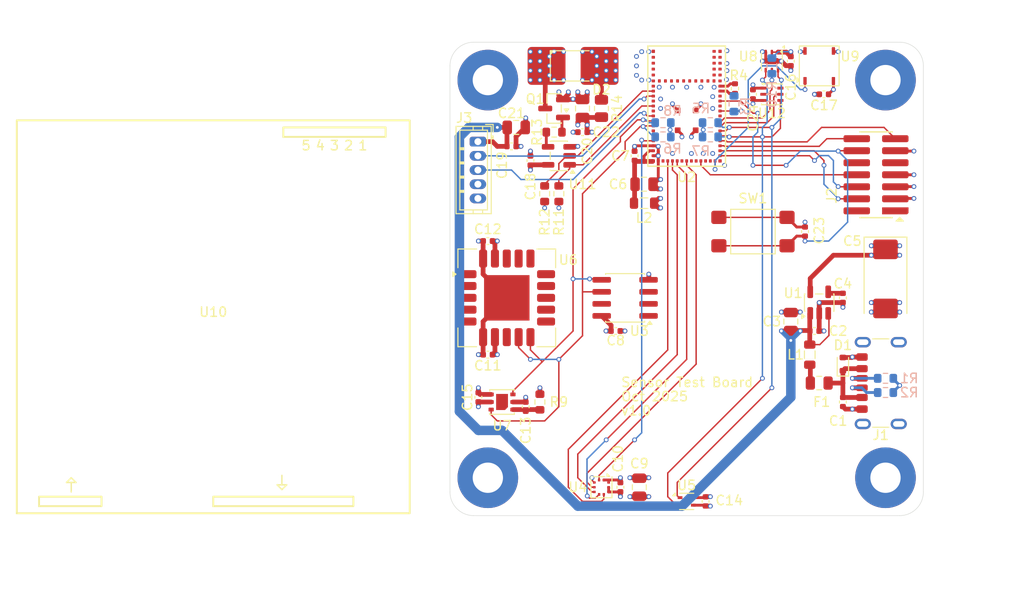
<source format=kicad_pcb>
(kicad_pcb (version 20241229) (generator "pcbnew") (generator_version "9.0")
  (layers (0 "F.Cu" signal) (4 "In1.Cu" power) (6 "In2.Cu" power) (2 "B.Cu" signal) (13 "F.Paste" user) (15 "B.Paste" user) (5 "F.SilkS" user "F.Silkscreen") (7 "B.SilkS" user "B.Silkscreen") (1 "F.Mask" user) (3 "B.Mask" user) (25 "Edge.Cuts" user))
  (net 0 "")
  (net 1 "/VBUS")
  (net 2 "+3.3V")
  (net 3 "GND")
  (net 4 "Net-(J1-CC1)")
  (net 5 "Net-(J1-CC2)")
  (net 11 "SPI_CS")
  (net 12 "SPI_MISO")
  (net 13 "SPI_SCLK")
  (net 14 "SPI_MOSI")
  (net 15 "/indoor_MCU/VCP_TX")
  (net 16 "/indoor_MCU/SWDIO")
  (net 17 "/indoor_MCU/SWO")
  (net 18 "/indoor_MCU/SWCLK")
  (net 19 "/indoor_MCU/NRST")
  (net 20 "/indoor_MCU/VCP_RX")
  (net 21 "/indoor_MCU/ANT")
  (net 22 "/indoor_MCU/VDD_MCU")
  (net 23 "UART_MOSI")
  (net 24 "UART_MISO")
  (net 25 "Net-(U7-VDD)")
  (net 26 "Net-(R13-Pad1)")
  (net 27 "/indoor_MCU/BOOT0")
  (net 28 "I2C3_SCL")
  (net 29 "I2C1_SDA")
  (net 30 "I2C3_SDA")
  (net 31 "I2C1_SCL")
  (net 32 "INT_PRES")
  (net 33 "IR_IN")
  (net 34 "INT_ALS")
  (net 35 "+5V")
  (net 36 "Net-(F1-Pad2)")
  (net 37 "Net-(D2-A)")
  (net 38 "Net-(D2-K)")
  (net 39 "Net-(Q1-G)")
  (net 40 "Net-(U2-ANT_IN)")
  (net 41 "Net-(U1-BP)")
  (net 63 "IR_CARRIER")
  (net 64 "IR_OUT")
  (net 65 "INT_UV")
  (footprint "Capacitor_SMD:C_0402_1005Metric" (layer "F.Cu") (at 78 112.5 90)
    (property "Reference" "C15")
    (property "Value" "1u")
  )
  (footprint "DWlib:Osram_LED_SFH-4243" (layer "F.Cu") (at 88 77.5)
    (property "Reference" "D2")
    (property "Value" "IR LED")
  )
  (footprint "MountingHole:MountingHole_3.2mm_M3_Pad" (layer "F.Cu") (at 121 79)
    (property "Reference" "H2" (hide yes))
    (property "Value" "M3" (hide yes))
  )
  (footprint "Capacitor_SMD:C_0402_1005Metric" (layer "F.Cu") (at 111 77 -90)
    (property "Reference" "C16")
    (property "Value" "0.1u")
  )
  (footprint "DWlib:Sensiron_SPS30" (layer "F.Cu") (at 50 104)
    (property "Reference" "U10")
    (property "Value" "SPS30")
  )
  (footprint "Resistor_SMD:R_0805_2012Metric" (layer "F.Cu") (at 91 82 -90)
    (property "Reference" "R14")
    (property "Value" "43R")
  )
  (footprint "Capacitor_SMD:C_0805_2012Metric" (layer "F.Cu") (at 95 122 -90)
    (property "Reference" "C9")
    (property "Value" "4.7u")
  )
  (footprint "Capacitor_SMD:C_0402_1005Metric" (layer "F.Cu") (at 79 96 180)
    (property "Reference" "C12")
    (property "Value" "0.1u")
  )
  (footprint "Resistor_SMD:R_0603_1608Metric" (layer "F.Cu") (at 85 91 90)
    (property "Reference" "R12")
    (property "Value" "10k")
  )
  (footprint "Diode_SMD:D_SOD-523" (layer "F.Cu") (at 116.5 109 90)
    (property "Reference" "D1")
    (property "Value" "ESD5Z5.0")
  )
  (footprint "Capacitor_SMD:C_0402_1005Metric" (layer "F.Cu") (at 107 80.5 -90)
    (property "Reference" "C24")
    (property "Value" "0.1u")
  )
  (footprint "DWlib:STM32WBA5MMG" (layer "F.Cu") (at 100 81.75)
    (property "Reference" "U2")
    (property "Value" "STM32WBA5MMG")
  )
  (footprint "Inductor_SMD:L_0805_2012Metric" (layer "F.Cu") (at 113 108 90)
    (property "Reference" "L1")
    (property "Value" "600R")
  )
  (footprint "Capacitor_SMD:C_0402_1005Metric" (layer "F.Cu") (at 112.5 95 90)
    (property "Reference" "C23")
    (property "Value" "10n")
  )
  (footprint "MountingHole:MountingHole_3.2mm_M3_Pad" (layer "F.Cu") (at 79 121)
    (property "Reference" "H3" (hide yes))
    (property "Value" "M3" (hide yes))
  )
  (footprint "DWlib:SAMTEC_FTSH-107-01-L-DV-K-A" (layer "F.Cu") (at 120 89 90)
    (property "Reference" "J2")
    (property "Value" "STDC14")
  )
  (footprint "Connector_USB:USB_C_Receptacle_GCT_USB4125-xx-x-0190_6P_TopMnt_Horizontal" (layer "F.Cu") (at 121.6 111 90)
    (property "Reference" "J1")
    (property "Value" "USB4125-GF-A")
  )
  (footprint "Sensor:Sensirion_SCD4x-1EP_10.1x10.1mm_P1.25mm_EP4.8x4.8mm" (layer "F.Cu") (at 81 102)
    (property "Reference" "U6")
    (property "Value" "SCD41-D-R2")
  )
  (footprint "Capacitor_SMD:C_0402_1005Metric" (layer "F.Cu") (at 94.5 87 90)
    (property "Reference" "C7")
    (property "Value" "0.1u")
  )
  (footprint "Capacitor_SMD:C_0805_2012Metric" (layer "F.Cu") (at 111 104.5 90)
    (property "Reference" "C3")
    (property "Value" "4.7u")
  )
  (footprint "Capacitor_SMD:C_0402_1005Metric" (layer "F.Cu") (at 83 113.5 90)
    (property "Reference" "C13")
    (property "Value" "1u")
  )
  (footprint "DWlib:SW_Push_1P1T_NO_E-Switch_TL3305AFxxxQG" (layer "F.Cu") (at 107 95)
    (property "Reference" "SW1")
    (property "Value" "TL3305")
  )
  (footprint "Inductor_SMD:L_0805_2012Metric" (layer "F.Cu") (at 95.5 92 180)
    (property "Reference" "L2")
    (property "Value" "600R")
  )
  (footprint "DWlib:TI_USON-6-1EP_2x2mm_P0.5mm_EP0.65x1.35mm" (layer "F.Cu") (at 109 77 -90)
    (property "Reference" "U8")
    (property "Value" "OPT4001DNPRQ1")
  )
  (footprint "Capacitor_SMD:C_0402_1005Metric" (layer "F.Cu") (at 92.5 105.5)
    (property "Reference" "C8")
    (property "Value" "0.1u")
  )
  (footprint "MountingHole:MountingHole_3.2mm_M3_Pad" (layer "F.Cu") (at 79 79)
    (property "Reference" "H1" (hide yes))
    (property "Value" "M3" (hide yes))
  )
  (footprint "Capacitor_Tantalum_SMD:CP_EIA-7343-31_Kemet-D" (layer "F.Cu") (at 121 100 -90)
    (property "Reference" "C5")
    (property "Value" "47u")
  )
  (footprint "Resistor_SMD:R_0603_1608Metric" (layer "F.Cu") (at 86.5 91 90)
    (property "Reference" "R11")
    (property "Value" "10k")
  )
  (footprint "DWlib:Liteon_LTR-390UV-01" (layer "F.Cu") (at 109 80.5)
    (property "Reference" "U12")
    (property "Value" "LTR-390UV-01")
  )
  (footprint "Capacitor_SMD:C_0402_1005Metric" (layer "F.Cu") (at 116.5 113 -90)
    (property "Reference" "C1")
    (property "Value" "10n")
  )
  (footprint "Sensor_Humidity:Sensirion_DFN-4_1.5x1.5mm_P0.8mm_SHT4x_NoCentralPad" (layer "F.Cu") (at 100 123.5)
    (property "Reference" "U5")
    (property "Value" "SHT45-AD1F")
  )
  (footprint "Fuse:Fuse_0805_2012Metric" (layer "F.Cu") (at 114 111 180)
    (property "Reference" "F1")
    (property "Value" "500mA")
  )
  (footprint "DWlib:ST_HLGA-10L_2x2mm_P0.5mm_LayoutBorder3x2y" (layer "F.Cu") (at 91 122 -90)
    (property "Reference" "U4")
    (property "Value" "LPS22DF")
  )
  (footprint "DWlib:Vishay_BELOBOG-4Pin" (layer "F.Cu") (at 114 77.5)
    (property "Reference" "U9")
    (property "Value" "TSOP38436")
  )
  (footprint "Capacitor_SMD:C_0805_2012Metric" (layer "F.Cu") (at 89 82 90)
    (property "Reference" "C20")
    (property "Value" "4.7u")
  )
  (footprint "Resistor_SMD:R_0603_1608Metric" (layer "F.Cu") (at 84.5 113 -90)
    (property "Reference" "R9")
    (property "Value" "4.7R")
  )
  (footprint "Package_SO:SOIC-8_3.9x4.9mm_P1.27mm" (layer "F.Cu") (at 93.5 102 180)
    (property "Reference" "U3")
    (property "Value" "FM24CL16B")
  )
  (footprint "DWlib:Sensirion_DFN-6-1EP_2.44x2.44mm_P0.5mm_EP1.25x1.7mm_SGP4x" (layer "F.Cu") (at 80.5 113 180)
    (property "Reference" "U7")
    (property "Value" "SGP41")
  )
  (footprint "Capacitor_SMD:C_0402_1005Metric" (layer "F.Cu") (at 116.5 102 -90)
    (property "Reference" "C4")
    (property "Value" "470p")
  )
  (footprint "Capacitor_SMD:C_0402_1005Metric" (layer "F.Cu") (at 79 108 180)
    (property "Reference" "C11")
    (property "Value" "0.1u")
  )
  (footprint "Resistor_SMD:R_0603_1608Metric" (layer "F.Cu") (at 86 84.5)
    (property "Reference" "R13")
    (property "Value" "100R")
  )
  (footprint "Capacitor_SMD:C_0402_1005Metric" (layer "F.Cu") (at 81.5 86)
    (property "Reference" "C19")
    (property "Value" "0.1u")
  )
  (footprint "Package_TO_SOT_SMD:SOT-23-5" (layer "F.Cu") (at 114 102.5 90)
    (property "Reference" "U1")
    (property "Value" "MIC5219-3.3YM5")
  )
  (footprint "Capacitor_SMD:C_0805_2012Metric" (layer "F.Cu") (at 82 84)
    (property "Reference" "C21")
    (property "Value" "4.7u")
  )
  (footprint "Capacitor_SMD:C_0402_1005Metric" (layer "F.Cu") (at 83.5 87.5 90)
    (property "Reference" "C18")
    (property "Value" "0.1u")
  )
  (footprint "Capacitor_SMD:C_0402_1005Metric" (layer "F.Cu") (at 113.5 105.5)
    (property "Reference" "C2")
    (property "Value" "0.1u")
  )
  (footprint "Package_TO_SOT_SMD:SOT-23-5" (layer "F.Cu") (at 86.5 87 180)
    (property "Reference" "U11")
    (property "Value" "74LVC1G08")
  )
  (footprint "Capacitor_SMD:C_0805_2012Metric" (layer "F.Cu") (at 95.5 90)
    (property "Reference" "C6")
    (property "Value" "4.7u")
  )
  (footprint "Capacitor_SMD:C_0402_1005Metric" (layer "F.Cu") (at 89 84.5 180)
    (property "Reference" "C22")
    (property "Value" "0.1u")
  )
  (footprint "Capacitor_SMD:C_0402_1005Metric" (layer "F.Cu") (at 93 122 -90)
    (property "Reference" "C10")
    (property "Value" "0.1u")
  )
  (footprint "Capacitor_SMD:C_0402_1005Metric" (layer "F.Cu") (at 102 123.5 90)
    (property "Reference" "C14")
    (property "Value" "0.1u")
  )
  (footprint "Capacitor_SMD:C_0402_1005Metric" (layer "F.Cu") (at 114.5 80.5 180)
    (property "Reference" "C17")
    (property "Value" "0.1u")
  )
  (footprint "MountingHole:MountingHole_3.2mm_M3_Pad" (layer "F.Cu") (at 121 121)
    (property "Reference" "H4" (hide yes))
    (property "Value" "M3" (hide yes))
  )
  (footprint "Package_TO_SOT_SMD:SOT-23" (layer "F.Cu") (at 86 82 180)
    (property "Reference" "Q1")
    (property "Value" "DMN62D0U")
  )
  (footprint "Resistor_SMD:R_0402_1005Metric" (layer "F.Cu") (at 105.1 79.9 90)
    (property "Reference" "R4")
    (property "Value" "0R")
  )
  (footprint "Connector_JST:JST_ZH_B5B-ZR_1x05_P1.50mm_Vertical" (layer "F.Cu") (at 77.95 85.5 -90)
    (property "Reference" "J3")
    (property "Value" "B5B-ZR")
  )
  (footprint "Resistor_SMD:R_0603_1608Metric" (layer "B.Cu") (at 97.5 85 180)
    (property "Reference" "R6")
    (property "Value" "1.5k")
  )
  (footprint "Resistor_SMD:R_0603_1608Metric" (layer "B.Cu") (at 102.5 83.5)
    (property "Reference" "R5")
    (property "Value" "4.7k")
  )
  (footprint "Resistor_SMD:R_0603_1608Metric" (layer "B.Cu") (at 121 112)
    (property "Reference" "R2")
    (property "Value" "5.1k")
  )
  (footprint "Resistor_SMD:R_0603_1608Metric" (layer "B.Cu") (at 97.5 83.5 180)
    (property "Reference" "R8")
    (property "Value" "1.5k")
  )
  (footprint "Resistor_SMD:R_0603_1608Metric" (layer "B.Cu") (at 109 77.5 90)
    (property "Reference" "R10")
    (property "Value" "10k")
  )
  (footprint "Resistor_SMD:R_0603_1608Metric" (layer "B.Cu") (at 102.5 85)
    (property "Reference" "R7")
    (property "Value" "4.7k")
  )
  (footprint "Resistor_SMD:R_0603_1608Metric" (layer "B.Cu") (at 105 81.5 90)
    (property "Reference" "R3")
    (property "Value" "10k")
  )
  (footprint "Resistor_SMD:R_0603_1608Metric" (layer "B.Cu") (at 121 110.5)
    (property "Reference" "R1")
    (property "Value" "5.1k")
  )
  (gr_line (start 122.5 125) (end 77.5 125) (stroke (width 0.05)) (layer "Edge.Cuts"))
  (gr_arc (start 122.5 75) (mid 124.267767 75.732233) (end 125 77.5) (stroke (width 0.05)) (layer "Edge.Cuts"))
  (gr_arc (start 77.5 125) (mid 75.732233 124.267767) (end 75 122.5) (stroke (width 0.05)) (layer "Edge.Cuts"))
  (gr_line (start 125 77.5) (end 125 122.5) (stroke (width 0.05)) (layer "Edge.Cuts"))
  (gr_arc (start 75 77.5) (mid 75.732233 75.732233) (end 77.5 75) (stroke (width 0.05)) (layer "Edge.Cuts"))
  (gr_line (start 77.5 75) (end 122.5 75) (stroke (width 0.05)) (layer "Edge.Cuts"))
  (gr_arc (start 125 122.5) (mid 124.267767 124.267767) (end 122.5 125) (stroke (width 0.05)) (layer "Edge.Cuts"))
  (gr_line (start 75 122.5) (end 75 77.5) (stroke (width 0.05)) (layer "Edge.Cuts"))
  (gr_text "Sensor Test Board" (at 93 111.5 0) (layer "F.SilkS") (effects (font (size 1 1)) (justify left bottom)))
  (gr_text "v1.0" (at 93 114.5 0) (layer "F.SilkS") (effects (font (size 1 1)) (justify left bottom)))
  (gr_text "Oct 2025" (at 93 113 0) (layer "F.SilkS") (effects (font (size 1 1)) (justify left bottom)))
  (segment (start 116.5 109.7) (end 116.5 111) (width 0.5) (layer "F.Cu") (net 1))
  (segment (start 118.52 112.52) (end 116.5 112.52) (width 0.5) (layer "F.Cu") (net 1))
  (segment (start 116.72 109.48) (end 116.5 109.7) (width 0.5) (layer "F.Cu") (net 1))
  (segment (start 118.52 109.48) (end 116.72 109.48) (width 0.5) (layer "F.Cu") (net 1))
  (segment (start 116.5 112.52) (end 116.5 111) (width 0.5) (layer "F.Cu") (net 1))
  (segment (start 114.9375 111) (end 116.5 111) (width 0.5) (layer "F.Cu") (net 1))
  (segment (start 119.5 97.5) (end 122.5 97.5) (width 0.5) (layer "F.Cu") (net 2))
  (segment (start 109 76.05) (end 109.65 76.05) (width 0.15) (layer "F.Cu") (net 2))
  (segment (start 79.75 107.73) (end 79.48 108) (width 0.5) (layer "F.Cu") (net 2))
  (segment (start 115.5 97.5) (end 119.5 97.5) (width 0.5) (layer "F.Cu") (net 2))
  (segment (start 100.7 123.9) (end 101.92 123.9) (width 0.3) (layer "F.Cu") (net 2))
  (segment (start 97.0625 91.5) (end 96.5625 92) (width 0.5) (layer "F.Cu") (net 2))
  (segment (start 80 108) (end 79.48 108) (width 0.5) (layer "F.Cu") (net 2))
  (segment (start 92.02 104.9) (end 91.025 103.905) (width 0.5) (layer "F.Cu") (net 2))
  (segment (start 93 121.52) (end 92.7175 121.2375) (width 0.3) (layer "F.Cu") (net 2))
  (segment (start 107 79.5) (end 107 80.02) (width 0.3) (layer "F.Cu") (net 2))
  (segment (start 89.48 83.77) (end 89.5 83.75) (width 0.5) (layer "F.Cu") (net 2))
  (segment (start 94 121) (end 96 121) (width 0.5) (layer "F.Cu") (net 2))
  (segment (start 111 76.52) (end 110.53 76.05) (width 0.5) (layer "F.Cu") (net 2))
  (segment (start 111 76) (end 111 76.52) (width 0.5) (layer "F.Cu") (net 2))
  (segment (start 97.25 91.5) (end 97.0625 91.5) (width 0.5) (layer "F.Cu") (net 2))
  (segment (start 101.92 123.9) (end 102 123.98) (width 0.3) (layer "F.Cu") (net 2))
  (segment (start 89.48 84.5) (end 90 84.5) (width 0.5) (layer "F.Cu") (net 2))
  (segment (start 102.02 124) (end 102 123.98) (width 0.5) (layer "F.Cu") (net 2))
  (segment (start 124 91.5) (end 122.075 91.5) (width 0.3) (layer "F.Cu") (net 2))
  (segment (start 108.1 79.85) (end 107.17 79.85) (width 0.3) (layer "F.Cu") (net 2))
  (segment (start 113.05 101.3625) (end 113.05 99.95) (width 0.5) (layer "F.Cu") (net 2))
  (segment (start 113.05 99.95) (end 115.5 97.5) (width 0.5) (layer "F.Cu") (net 2))
  (segment (start 89.48 84.5) (end 89.48 83.77) (width 0.5) (layer "F.Cu") (net 2))
  (segment (start 102.5 124) (end 102.02 124) (width 0.5) (layer "F.Cu") (net 2))
  (segment (start 88.5 83.45) (end 89 82.95) (width 0.5) (layer "F.Cu") (net 2))
  (segment (start 91.48 105.5) (end 92.02 105.5) (width 0.5) (layer "F.Cu") (net 2))
  (segment (start 78.02 113) (end 78 112.98) (width 0.5) (layer "F.Cu") (net 2))
  (segment (start 119.5 96.5) (end 122.5 96.5) (width 0.5) (layer "F.Cu") (net 2))
  (segment (start 79.75 97.85) (end 79.75 96.27) (width 0.5) (layer "F.Cu") (net 2))
  (segment (start 79.75 106.15) (end 79.75 107.73) (width 0.5) (layer "F.Cu") (net 2))
  (segment (start 122.075 91.5) (end 122.035 91.54) (width 0.3) (layer "F.Cu") (net 2))
  (segment (start 79.35 113) (end 78.02 113) (width 0.5) (layer "F.Cu") (net 2))
  (segment (start 92.7175 121.2375) (end 91.276 121.2375) (width 0.3) (layer "F.Cu") (net 2))
  (segment (start 78 113.5) (end 78 112.98) (width 0.5) (layer "F.Cu") (net 2))
  (segment (start 90.9625 82.95) (end 91 82.9125) (width 0.5) (layer "F.Cu") (net 2))
  (segment (start 83.53 87.95) (end 83.5 87.98) (width 0.5) (layer "F.Cu") (net 2))
  (segment (start 97.25 92.5) (end 97.0625 92.5) (width 0.5) (layer "F.Cu") (net 2))
  (segment (start 115.5 79.075) (end 115.5 79.98) (width 0.3) (layer "F.Cu") (net 2))
  (segment (start 88.5 83.74) (end 88.5 83.45) (width 0.5) (layer "F.Cu") (net 2))
  (segment (start 97.0625 92.5) (end 96.5625 92) (width 0.5) (layer "F.Cu") (net 2))
  (segment (start 80 96) (end 79.48 96) (width 0.5) (layer "F.Cu") (net 2))
  (segment (start 84.5 111.5) (end 84.5 112.175) (width 0.5) (layer "F.Cu") (net 2))
  (segment (start 89.5 83.45) (end 89 82.95) (width 0.5) (layer "F.Cu") (net 2))
  (segment (start 110.53 76.05) (end 109.65 76.05) (width 0.5) (layer "F.Cu") (net 2))
  (segment (start 89 82.95) (end 90.9625 82.95) (width 0.5) (layer "F.Cu") (net 2))
  (segment (start 79.75 96.27) (end 79.48 96) (width 0.5) (layer "F.Cu") (net 2))
  (segment (start 107.17 79.85) (end 107 80.02) (width 0.3) (layer "F.Cu") (net 2))
  (segment (start 115.5 79.98) (end 114.98 80.5) (width 0.3) (layer "F.Cu") (net 2))
  (segment (start 92.02 105.5) (end 92.02 104.9) (width 0.5) (layer "F.Cu") (net 2))
  (segment (start 89.5 83.75) (end 89.5 83.45) (width 0.5) (layer "F.Cu") (net 2))
  (segment (start 83.5 88.5) (end 83.5 87.98) (width 0.5) (layer "F.Cu") (net 2))
  (segment (start 93 121) (end 93 121.52) (width 0.5) (layer "F.Cu") (net 2))
  (segment (start 85.3625 87.95) (end 83.53 87.95) (width 0.5) (layer "F.Cu") (net 2))
  (via (at 90 84.5) (size 0.5) (drill 0.3) (layers "F.Cu" "B.Cu") (net 2))
  (via (at 80 108) (size 0.5) (drill 0.3) (layers "F.Cu" "B.Cu") (net 2))
  (via (at 119.5 96.5) (size 0.5) (drill 0.3) (layers "F.Cu" "B.Cu") (net 2))
  (via (at 97.25 92.5) (size 0.5) (drill 0.3) (layers "F.Cu" "B.Cu") (net 2))
  (via (at 89.5 83.75) (size 0.5) (drill 0.3) (layers "F.Cu" "B.Cu") (net 2))
  (via (at 122.5 96.5) (size 0.5) (drill 0.3) (layers "F.Cu" "B.Cu") (net 2))
  (via (at 107 79.5) (size 0.5) (drill 0.3) (layers "F.Cu" "B.Cu") (net 2))
  (via (at 119.5 97.5) (size 0.5) (drill 0.3) (layers "F.Cu" "B.Cu") (net 2))
  (via (at 102.5 124) (size 0.5) (drill 0.3) (layers "F.Cu" "B.Cu") (net 2))
  (via (at 97.25 91.5) (size 0.5) (drill 0.3) (layers "F.Cu" "B.Cu") (net 2))
  (via (at 93 121) (size 0.5) (drill 0.3) (layers "F.Cu" "B.Cu") (net 2))
  (via (at 101.75 84.25) (size 0.5) (drill 0.3) (layers "F.Cu" "B.Cu") (net 2))
  (via (at 94 121) (size 0.5) (drill 0.3) (layers "F.Cu" "B.Cu") (net 2))
  (via (at 111 76) (size 0.5) (drill 0.3) (layers "F.Cu" "B.Cu") (net 2))
  (via (at 124 91.5) (size 0.5) (drill 0.3) (layers "F.Cu" "B.Cu") (net 2))
  (via (at 115.5 80) (size 0.5) (drill 0.3) (layers "F.Cu" "B.Cu") (net 2))
  (via (at 91.48 105.5) (size 0.5) (drill 0.3) (layers "F.Cu" "B.Cu") (net 2))
  (via (at 88.5 83.74) (size 0.5) (drill 0.3) (layers "F.Cu" "B.Cu") (net 2))
  (via (at 96 121) (size 0.5) (drill 0.3) (layers "F.Cu" "B.Cu") (net 2))
  (via (at 84.5 111.5) (size 0.5) (drill 0.3) (layers "F.Cu" "B.Cu") (net 2))
  (via (at 78 113.5) (size 0.5) (drill 0.3) (layers "F.Cu" "B.Cu") (net 2))
  (via (at 80 96) (size 0.5) (drill 0.3) (layers "F.Cu" "B.Cu") (net 2))
  (via (at 98.25 84.25) (size 0.5) (drill 0.3) (layers "F.Cu" "B.Cu") (net 2))
  (via (at 83.5 88.5) (size 0.5) (drill 0.3) (layers "F.Cu" "B.Cu") (net 2))
  (via (at 122.5 97.5) (size 0.5) (drill 0.3) (layers "F.Cu" "B.Cu") (net 2))
  (segment (start 98.325 83.5) (end 98.325 85) (width 0.15) (layer "B.Cu") (net 2))
  (segment (start 101.675 83.5) (end 101.675 85) (width 0.15) (layer "B.Cu") (net 2))
  (segment (start 109.675 76) (end 111 76) (width 0.15) (layer "B.Cu") (net 2))
  (segment (start 109 76.675) (end 109.675 76) (width 0.15) (layer "B.Cu") (net 2))
  (segment (start 78.5 104.5) (end 81 102) (width 0.5) (layer "F.Cu") (net 3))
  (segment (start 122.055 90.25) (end 122.035 90.27) (width 0.3) (layer "F.Cu") (net 3))
  (segment (start 91.7625 122.5) (end 91.7625 122.026) (width 0.3) (layer "F.Cu") (net 3))
  (segment (start 88.52 84.5) (end 88 84.5) (width 0.5) (layer "F.Cu") (net 3))
  (segment (start 81.98 86) (end 81.98 84.97) (width 0.5) (layer "F.Cu") (net 3))
  (segment (start 78 111.5) (end 78 112.02) (width 0.5) (layer "F.Cu") (net 3))
  (segment (start 79.35 112.2) (end 78.18 112.2) (width 0.5) (layer "F.Cu") (net 3))
  (segment (start 100.5 84.75) (end 100.95 84.3) (width 0.3) (layer "F.Cu") (net 3))
  (segment (start 99.5 84.75) (end 99.05 84.3) (width 0.3) (layer "F.Cu") (net 3))
  (segment (start 88.5 80.55) (end 89 81.05) (width 0.5) (layer "F.Cu") (net 3))
  (segment (start 98.5 81.5) (end 98.5 81.65) (width 0.3) (layer "F.Cu") (net 3))
  (segment (start 124 86.5) (end 122.075 86.5) (width 0.3) (layer "F.Cu") (net 3))
  (segment (start 98.5 81.65) (end 99.05 82.2) (width 0.3) (layer "F.Cu") (net 3))
  (segment (start 108.35 76.05) (end 108.35 76.85) (width 0.3) (layer "F.Cu") (net 3))
  (segment (start 78 108) (end 78.52 108) (width 0.5) (layer "F.Cu") (net 3))
  (segment (start 108.1 81.15) (end 107.17 81.15) (width 0.3) (layer "F.Cu") (net 3))
  (segment (start 97 87.54) (end 97 89.45) (width 0.3) (layer "F.Cu") (net 3))
  (segment (start 83 83.95) (end 82.95 84) (width 0.5) (layer "F.Cu") (net 3))
  (segment (start 118.52 108.25) (end 117.5 108.25) (width 0.5) (layer "F.Cu") (net 3))
  (segment (start 92.98 122.5) (end 93 122.48) (width 0.3) (layer "F.Cu") (net 3))
  (segment (start 87.6875 86) (end 87.6375 86.05) (width 0.5) (layer "F.Cu") (net 3))
  (segment (start 97.001 86.194724) (end 96.746276 85.94) (width 0.3) (layer "F.Cu") (net 3))
  (segment (start 96.746276 86.99) (end 97.001 86.735276) (width 0.3) (layer "F.Cu") (net 3))
  (segment (start 91.7625 122.5) (end 92.98 122.5) (width 0.3) (layer "F.Cu") (net 3))
  (segment (start 78.18 112.2) (end 78 112.02) (width 0.5) (layer "F.Cu") (net 3))
  (segment (start 78 96) (end 78.52 96) (width 0.5) (layer "F.Cu") (net 3))
  (segment (start 110.48 77.48) (end 111 77.48) (width 0.5) (layer "F.Cu") (net 3))
  (segment (start 108.3 76) (end 108.35 76.05) (width 0.3) (layer "F.Cu") (net 3))
  (segment (start 124 89) (end 122.035 89) (width 0.3) (layer "F.Cu") (net 3))
  (segment (start 111 78) (end 111 77.48) (width 0.5) (layer "F.Cu") (net 3))
  (segment (start 114 102.5) (end 116.48 102.5) (width 0.5) (layer "F.Cu") (net 3))
  (segment (start 78.5 96.02) (end 78.52 96) (width 0.5) (layer "F.Cu") (net 3))
  (segment (start 97 89.45) (end 96.45 90) (width 0.3) (layer "F.Cu") (net 3))
  (segment (start 86.9375 81.05) (end 89 81.05) (width 0.5) (layer "F.Cu") (net 3))
  (segment (start 110 77) (end 110.48 77.48) (width 0.5) (layer "F.Cu") (net 3))
  (segment (start 111.62 94.52) (end 110.6 93.5) (width 0.3) (layer "F.Cu") (net 3))
  (segment (start 81.98 84.97) (end 82.95 84) (width 0.5) (layer "F.Cu") (net 3))
  (segment (start 99.5 85) (end 99.5 84.75) (width 0.3) (layer "F.Cu") (net 3))
  (segment (start 117.45 108.3) (end 117.5 108.25) (width 0.5) (layer "F.Cu") (net 3))
  (segment (start 81.65 113) (end 82.98 113) (width 0.5) (layer "F.Cu") (net 3))
  (segment (start 119.5 102.5) (end 122.5 102.5) (width 0.5) (layer "F.Cu") (net 3))
  (segment (start 108 77) (end 110 77) (width 0.5) (layer "F.Cu") (net 3))
  (segment (start 94.5 86) (end 94.5 86.52) (width 0.5) (layer "F.Cu") (net 3))
  (segment (start 96.475 86.99) (end 96.746276 86.99) (width 0.3) (layer "F.Cu") (net 3))
  (segment (start 97.25 89.5) (end 96.95 89.5) (width 0.5) (layer "F.Cu") (net 3))
  (segment (start 101.92 123.1) (end 102 123.02) (width 0.3) (layer "F.Cu") (net 3))
  (segment (start 78.5 107.98) (end 78.52 108) (width 0.5) (layer "F.Cu") (net 3))
  (segment (start 112.5 94.52) (end 111.62 94.52) (width 0.3) (layer "F.Cu") (net 3))
  (segment (start 78.5 106.15) (end 78.5 107.98) (width 0.5) (layer "F.Cu") (net 3))
  (segment (start 100.5 85) (end 100.5 84.75) (width 0.3) (layer "F.Cu") (net 3))
  (segment (start 114.5 105.5) (end 113.98 105.5) (width 0.5) (layer "F.Cu") (net 3))
  (segment (start 96.746276 85.94) (end 96.475 85.94) (width 0.3) (layer "F.Cu") (net 3))
  (segment (start 115.575 76) (end 115.5 75.925) (width 0.3) (layer "F.Cu") (net 3))
  (segment (start 78.5 99.5) (end 81 102) (width 0.5) (layer "F.Cu") (net 3))
  (segment (start 114 105.48) (end 113.98 105.5) (width 0.5) (layer "F.Cu") (net 3))
  (segment (start 83.5 86.5) (end 83.5 87.02) (width 0.5) (layer "F.Cu") (net 3))
  (segment (start 97 87.54) (end 97 86.501) (width 0.3) (layer "F.Cu") (net 3))
  (segment (start 90 121) (end 90 121.2625) (width 0.15) (layer "F.Cu") (net 3))
  (segment (start 89.5 80.55) (end 89 81.05) (width 0.5) (layer "F.Cu") (net 3))
  (segment (start 117.5 113.75) (end 116.77 113.75) (width 0.5) (layer "F.Cu") (net 3))
  (segment (start 112 103.5) (end 110 103.5) (width 0.5) (layer "F.Cu") (net 3))
  (segment (start 96 99.5) (end 96 100.07) (width 0.5) (layer "F.Cu") (net 3))
  (segment (start 94 123) (end 96 123) (width 0.5) (layer "F.Cu") (net 3))
  (segment (start 102.02 123) (end 102 123.02) (width 0.5) (layer "F.Cu") (net 3))
  (segment (start 86.5 92.5) (end 86.5 91.825) (width 0.15) (layer "F.Cu") (net 3))
  (segment (start 87.5 80.25) (end 87.5 80.4875) (width 0.5) (layer "F.Cu") (net 3))
  (segment (start 122.075 86.5) (end 122.035 86.46) (width 0.3) (layer "F.Cu") (net 3))
  (segment (start 89.5 80.25) (end 89.5 80.55) (width 0.5) (layer "F.Cu") (net 3))
  (segment (start 97.001 86.735276) (end 97.001 86.5) (width 0.3) (layer "F.Cu") (net 3))
  (segment (start 118.52 113.75) (end 117.5 113.75) (width 0.5) (layer "F.Cu") (net 3))
  (segment (start 82.98 113) (end 83 113.02) (width 0.5) (layer "F.Cu") (net 3))
  (segment (start 100.7 123.1) (end 101.92 123.1) (width 0.3) (layer "F.Cu") (net 3))
  (segment (start 96.95 90.5) (end 96.45 90) (width 0.5) (layer "F.Cu") (net 3))
  (segment (start 114 102.5) (end 114 105.48) (width 0.5) (layer "F.Cu") (net 3))
  (segment (start 116.48 102.5) (end 116.5 102.48) (width 0.5) (layer "F.Cu") (net 3))
  (segment (start 78.5 97.85) (end 78.5 96.02) (width 0.5) (layer "F.Cu") (net 3))
  (segment (start 112 76) (end 112.425 76) (width 0.3) (layer "F.Cu") (net 3))
  (segment (start 97 86.501) (end 97.001 86.5) (width 0.3) (layer "F.Cu") (net 3))
  (segment (start 108.5 77) (end 110 77) (width 0.3) (layer "F.Cu") (net 3))
  (segment (start 108.35 76.85) (end 108.5 77) (width 0.3) (layer "F.Cu") (net 3))
  (segment (start 116.77 113.75) (end 116.5 113.48) (width 0.5) (layer "F.Cu") (net 3))
  (segment (start 101.5 81.5) (end 101.5 81.65) (width 0.3) (layer "F.Cu") (net 3))
  (segment (start 96.475 85.94) (end 94.56 85.94) (width 0.3) (layer "F.Cu") (net 3))
  (segment (start 117.475 113.775) (end 117.5 113.75) (width 0.5) (layer "F.Cu") (net 3))
  (segment (start 108 76) (end 108.3 76) (width 0.3) (layer "F.Cu") (net 3))
  (segment (start 102.5 123) (end 102.02 123) (width 0.5) (layer "F.Cu") (net 3))
  (segment (start 93.48 105.5) (end 92.98 105.5) (width 0.5) (layer "F.Cu") (net 3))
  (segment (start 119.5 103.5) (end 122.5 103.5) (width 0.5) (layer "F.Cu") (net 3))
  (segment (start 85 91.825) (end 85 92.5) (width 0.15) (layer "F.Cu") (net 3))
  (segment (start 112.5 94.52) (end 112.5 94) (width 0.3) (layer "F.Cu") (net 3))
  (segment (start 94.56 85.94) (end 94.5 86) (width 0.3) (layer "F.Cu") (net 3))
  (segment (start 97.25 90.5) (end 96.95 90.5) (width 0.5) (layer "F.Cu") (net 3))
  (segment (start 82.5 86) (end 81.98 86) (width 0.5) (layer "F.Cu") (net 3))
  (segment (start 90 121.2625) (end 90.2375 121.5) (width 0.15) (layer "F.Cu") (net 3))
  (segment (start 96 100.07) (end 95.975 100.095) (width 0.5) (layer "F.Cu") (net 3))
  (segment (start 97.001 86.5) (end 97.001 86.194724) (width 0.3) (layer "F.Cu") (net 3))
  (segment (start 93 123) (end 93 122.48) (width 0.5) (layer "F.Cu") (net 3))
  (segment (start 83 83) (end 83 83.95) (width 0.5) (layer "F.Cu") (net 3))
  (segment (start 96.95 89.5) (end 96.45 90) (width 0.5) (layer "F.Cu") (net 3))
  (segment (start 78.5 97.85) (end 78.5 99.5) (width 0.5) (layer "F.Cu") (net 3))
  (segment (start 86.5 80.6125) (end 86.9375 81.05) (width 0.5) (layer "F.Cu") (net 3))
  (segment (start 88.5 86) (end 87.6875 86) (width 0.5) (layer "F.Cu") (net 3))
  (segment (start 103.4 93.5) (end 110.6 93.5) (width 0.15) (layer "F.Cu") (net 3))
  (segment (start 86.5 80.25) (end 86.5 80.6125) (width 0.5) (layer "F.Cu") (net 3))
  (segment (start 116.5 108.3) (end 117.45 108.3) (width 0.5) (layer "F.Cu") (net 3))
  (segment (start 78.5 106.15) (end 78.5 104.5) (width 0.5) (layer "F.Cu") (net 3))
  (segment (start 112.425 76) (end 112.5 75.925) (width 0.3) (layer "F.Cu") (net 3))
  (segment (start 107 81.5) (end 107 80.98) (width 0.3) (layer "F.Cu") (net 3))
  (segment (start 113.5 80.5) (end 114.02 80.5) (width 0.5) (layer "F.Cu") (net 3))
  (segment (start 124 90.25) (end 122.055 90.25) (width 0.3) (layer "F.Cu") (net 3))
  (segment (start 116.5 103) (end 116.5 102.48) (width 0.5) (layer "F.Cu") (net 3))
  (segment (start 116 76) (end 115.575 76) (width 0.3) (layer "F.Cu") (net 3))
  (segment (start 101.5 81.65) (end 100.95 82.2) (width 0.3) (layer "F.Cu") (net 3))
  (segment (start 87.5 80.4875) (end 86.9375 81.05) (width 0.5) (layer "F.Cu") (net 3))
  (segment (start 83 112.5) (end 83 113.02) (width 0.5) (layer "F.Cu") (net 3))
  (segment (start 88.5 80.25) (end 88.5 80.55) (width 0.5) (layer "F.Cu") (net 3))
  (segment (start 107.17 81.15) (end 107 80.98) (width 0.3) (layer "F.Cu") (net 3))
  (via (at 83 83) (size 0.5) (drill 0.3) (layers "F.Cu" "B.Cu") (net 3))
  (via (at 96 123) (size 0.5) (drill 0.3) (layers "F.Cu" "B.Cu") (net 3))
  (via (at 100 79.75) (size 0.5) (drill 0.3) (layers "F.Cu" "B.Cu") (net 3))
  (via (at 116 76) (size 0.5) (drill 0.3) (layers "F.Cu" "B.Cu") (net 3))
  (via (at 94 123) (size 0.5) (drill 0.3) (layers "F.Cu" "B.Cu") (net 3))
  (via (at 119.5 102.5) (size 0.5) (drill 0.3) (layers "F.Cu" "B.Cu") (net 3))
  (via (at 95.25 79) (size 0.5) (drill 0.3) (layers "F.Cu" "B.Cu") (net 3))
  (via (at 124 90.25) (size 0.5) (drill 0.3) (layers "F.Cu" "B.Cu") (net 3))
  (via (at 83.5 86.5) (size 0.5) (drill 0.3) (layers "F.Cu" "B.Cu") (net 3))
  (via (at 104 88) (size 0.5) (drill 0.3) (layers "F.Cu" "B.Cu") (net 3))
  (via (at 108 76) (size 0.5) (drill 0.3) (layers "F.Cu" "B.Cu") (net 3))
  (via (at 94.7 76.5) (size 0.5) (drill 0.3) (layers "F.Cu" "B.Cu") (net 3))
  (via (at 97 87) (size 0.5) (drill 0.3) (layers "F.Cu" "B.Cu") (net 3))
  (via (at 85 92.5) (size 0.5) (drill 0.3) (layers "F.Cu" "B.Cu") (net 3))
  (via (at 117.5 113.75) (size 0.5) (drill 0.3) (layers "F.Cu" "B.Cu") (net 3))
  (via (at 102.900001 79.749925) (size 0.5) (drill 0.3) (layers "F.Cu" "B.Cu") (net 3))
  (via (at 110 103.5) (size 0.5) (drill 0.3) (layers "F.Cu" "B.Cu") (net 3))
  (via (at 94.5 86) (size 0.5) (drill 0.3) (layers "F.Cu" "B.Cu") (net 3))
  (via (at 96 99.5) (size 0.5) (drill 0.3) (layers "F.Cu" "B.Cu") (net 3))
  (via (at 124 89) (size 0.5) (drill 0.3) (layers "F.Cu" "B.Cu") (net 3))
  (via (at 117.5 108.25) (size 0.5) (drill 0.3) (layers "F.Cu" "B.Cu") (net 3))
  (via (at 114.5 105.5) (size 0.5) (drill 0.3) (layers "F.Cu" "B.Cu") (net 3))
  (via (at 98.5 79.75) (size 0.5) (drill 0.3) (layers "F.Cu" "B.Cu") (net 3))
  (via (at 104.25 77.25) (size 0.5) (drill 0.3) (layers "F.Cu" "B.Cu") (net 3))
  (via (at 108 77) (size 0.5) (drill 0.3) (layers "F.Cu" "B.Cu") (net 3))
  (via (at 124 86.5) (size 0.5) (drill 0.3) (layers "F.Cu" "B.Cu") (net 3))
  (via (at 101.5 81.5) (size 0.5) (drill 0.3) (layers "F.Cu" "B.Cu") (net 3))
  (via (at 96 79) (size 0.5) (drill 0.3) (layers "F.Cu" "B.Cu") (net 3))
  (via (at 87.5 80.25) (size 0.5) (drill 0.3) (layers "F.Cu" "B.Cu") (net 3))
  (via (at 100.5 86.75) (size 0.5) (drill 0.3) (layers "F.Cu" "B.Cu") (net 3))
  (via (at 119.5 103.5) (size 0.5) (drill 0.3) (layers "F.Cu" "B.Cu") (net 3))
  (via (at 104.25 78) (size 0.5) (drill 0.3) (layers "F.Cu" "B.Cu") (net 3))
  (via (at 97.1 79.750003) (size 0.5) (drill 0.3) (layers "F.Cu" "B.Cu") (net 3))
  (via (at 110 77) (size 0.5) (drill 0.3) (layers "F.Cu" "B.Cu") (net 3))
  (via (at 104.25 75.899997) (size 0.5) (drill 0.3) (layers "F.Cu" "B.Cu") (net 3))
  (via (at 88 84.5) (size 0.5) (drill 0.3) (layers "F.Cu" "B.Cu") (net 3))
  (via (at 122.5 111.25) (size 0.5) (drill 0.3) (layers "F.Cu" "B.Cu") (net 3))
  (via (at 101.75 86.75) (size 0.5) (drill 0.3) (layers "F.Cu" "B.Cu") (net 3))
  (via (at 99.5 85) (size 0.5) (drill 0.3) (layers "F.Cu" "B.Cu") (net 3))
  (via (at 102.75 80.75) (size 0.5) (drill 0.3) (layers "F.Cu" "B.Cu") (net 3))
  (via (at 78 111.5) (size 0.5) (drill 0.3) (layers "F.Cu" "B.Cu") (net 3))
  (via (at 102.75 86.75) (size 0.5) (drill 0.3) (layers "F.Cu" "B.Cu") (net 3))
  (via (at 98.5 86.75) (size 0.5) (drill 0.3) (layers "F.Cu" "B.Cu") (net 3))
  (via (at 97.25 89.5) (size 0.5) (drill 0.3) (layers "F.Cu" "B.Cu") (net 3))
  (via (at 94.7 77.5) (size 0.5) (drill 0.3) (layers "F.Cu" "B.Cu") (net 3))
  (via (at 102.5 123) (size 0.5) (drill 0.3) (layers "F.Cu" "B.Cu") (net 3))
  (via (at 94.7 78.5) (size 0.5) (drill 0.3) (layers "F.Cu" "B.Cu") (net 3))
  (via (at 97 86) (size 0.5) (drill 0.3) (layers "F.Cu" "B.Cu") (net 3))
  (via (at 97.25 81) (size 0.5) (drill 0.3) (layers "F.Cu" "B.Cu") (net 3))
  (via (at 93.48 105.5) (size 0.5) (drill 0.3) (layers "F.Cu" "B.Cu") (net 3))
  (via (at 96 76) (size 0.5) (drill 0.3) (layers "F.Cu" "B.Cu") (net 3))
  (via (at 122.5 102.5) (size 0.5) (drill 0.3) (layers "F.Cu" "B.Cu") (net 3))
  (via (at 90 121) (size 0.5) (drill 0.3) (layers "F.Cu" "B.Cu") (net 3))
  (via (at 89.5 80.25) (size 0.5) (drill 0.3) (layers "F.Cu" "B.Cu") (net 3))
  (via (at 86.5 80.25) (size 0.5) (drill 0.3) (layers "F.Cu" "B.Cu") (net 3))
  (via (at 116.5 103) (size 0.5) (drill 0.3) (layers "F.Cu" "B.Cu") (net 3))
  (via (at 112 76) (size 0.5) (drill 0.3) (layers "F.Cu" "B.Cu") (net 3))
  (via (at 122.5 103.5) (size 0.5) (drill 0.3) (layers "F.Cu" "B.Cu") (net 3))
  (via (at 95.25 76) (size 0.5) (drill 0.3) (layers "F.Cu" "B.Cu") (net 3))
  (via (at 111 78) (size 0.5) (drill 0.3) (layers "F.Cu" "B.Cu") (net 3))
  (via (at 102.75 82) (size 0.5) (drill 0.3) (layers "F.Cu" "B.Cu") (net 3))
  (via (at 88.5 80.25) (size 0.5) (drill 0.3) (layers "F.Cu" "B.Cu") (net 3))
  (via (at 104.203031 78.949117) (size 0.5) (drill 0.3) (layers "F.Cu" "B.Cu") (net 3))
  (via (at 107 81.5) (size 0.5) (drill 0.3) (layers "F.Cu" "B.Cu") (net 3))
  (via (at 114 102.5) (size 0.5) (drill 0.3) (layers "F.Cu" "B.Cu") (net 3))
  (via (at 100.5 85) (size 0.5) (drill 0.3) (layers "F.Cu" "B.Cu") (net 3))
  (via (at 88.5 86) (size 0.5) (drill 0.3) (layers "F.Cu" "B.Cu") (net 3))
  (via (at 78 108) (size 0.5) (drill 0.3) (layers "F.Cu" "B.Cu") (net 3))
  (via (at 112.5 94) (size 0.5) (drill 0.3) (layers "F.Cu" "B.Cu") (net 3))
  (via (at 98.5 81.5) (size 0.5) (drill 0.3) (layers "F.Cu" "B.Cu") (net 3))
  (via (at 112 103.5) (size 0.5) (drill 0.3) (layers "F.Cu" "B.Cu") (net 3))
  (via (at 88 81) (size 0.5) (drill 0.3) (layers "F.Cu" "B.Cu") (net 3))
  (via (at 93 123) (size 0.5) (drill 0.3) (layers "F.Cu" "B.Cu") (net 3))
  (via (at 113.5 80.5) (size 0.5) (drill 0.3) (layers "F.Cu" "B.Cu") (net 3))
  (via (at 86.5 92.5) (size 0.5) (drill 0.3) (layers "F.Cu" "B.Cu") (net 3))
  (via (at 97.25 82) (size 0.5) (drill 0.3) (layers "F.Cu" "B.Cu") (net 3))
  (via (at 82.5 86) (size 0.5) (drill 0.3) (layers "F.Cu" "B.Cu") (net 3))
  (via (at 78 96) (size 0.5) (drill 0.3) (layers "F.Cu" "B.Cu") (net 3))
  (via (at 83 112.5) (size 0.5) (drill 0.3) (layers "F.Cu" "B.Cu") (net 3))
  (via (at 101.5 79.75) (size 0.5) (drill 0.3) (layers "F.Cu" "B.Cu") (net 3))
  (via (at 97.25 90.5) (size 0.5) (drill 0.3) (layers "F.Cu" "B.Cu") (net 3))
  (segment (start 121.825 112) (end 121.825 111.925) (width 0.3) (layer "B.Cu") (net 3))
  (segment (start 121.825 110.575) (end 122.5 111.25) (width 0.3) (layer "B.Cu") (net 3))
  (segment (start 121.825 111.925) (end 122.5 111.25) (width 0.3) (layer "B.Cu") (net 3))
  (segment (start 121.825 110.5) (end 121.825 110.575) (width 0.3) (layer "B.Cu") (net 3))
  (segment (start 118.52 111.5) (end 117.5 111.5) (width 0.5) (layer "F.Cu") (net 4))
  (via (at 117.5 111.5) (size 0.5) (drill 0.3) (layers "F.Cu" "B.Cu") (net 4))
  (segment (start 119 112) (end 118.5 111.5) (width 0.3) (layer "B.Cu") (net 4))
  (segment (start 118.5 111.5) (end 117.5 111.5) (width 0.3) (layer "B.Cu") (net 4))
  (segment (start 120.175 112) (end 119 112) (width 0.3) (layer "B.Cu") (net 4))
  (segment (start 118.52 110.5) (end 117.5 110.5) (width 0.5) (layer "F.Cu") (net 5))
  (via (at 117.5 110.5) (size 0.5) (drill 0.3) (layers "F.Cu" "B.Cu") (net 5))
  (segment (start 120.175 110.5) (end 117.5 110.5) (width 0.3) (layer "B.Cu") (net 5))
  (segment (start 89.5 122.925) (end 89.724 123.149) (width 0.15) (layer "F.Cu") (net 11))
  (segment (start 90.3635 123.149) (end 90.75 122.7625) (width 0.15) (layer "F.Cu") (net 11))
  (segment (start 91.5 117) (end 100 108.5) (width 0.15) (layer "F.Cu") (net 11))
  (segment (start 99 88) (end 99 87.54) (width 0.15) (layer "F.Cu") (net 11))
  (segment (start 100 89) (end 99 88) (width 0.15) (layer "F.Cu") (net 11))
  (segment (start 100 108.5) (end 100 89) (width 0.15) (layer "F.Cu") (net 11))
  (segment (start 89.724 123.149) (end 90.3635 123.149) (width 0.15) (layer "F.Cu") (net 11))
  (via (at 89.5 122.925) (size 0.5) (drill 0.3) (layers "F.Cu" "B.Cu") (net 11))
  (via (at 91.5 117) (size 0.5) (drill 0.3) (layers "F.Cu" "B.Cu") (net 11))
  (segment (start 89.474 119.026) (end 89.474 122.899) (width 0.15) (layer "B.Cu") (net 11))
  (segment (start 91.5 117) (end 89.474 119.026) (width 0.15) (layer "B.Cu") (net 11))
  (segment (start 89.474 122.899) (end 89.5 122.925) (width 0.15) (layer "B.Cu") (net 11))
  (segment (start 90 122.5) (end 90.2375 122.5) (width 0.15) (layer "F.Cu") (net 12))
  (segment (start 99 89) (end 99 108) (width 0.15) (layer "F.Cu") (net 12))
  (segment (start 98.5 88.5) (end 99 89) (width 0.15) (layer "F.Cu") (net 12))
  (segment (start 98.5 87.54) (end 98.5 88.5) (width 0.15) (layer "F.Cu") (net 12))
  (segment (start 88.5 121) (end 90 122.5) (width 0.15) (layer "F.Cu") (net 12))
  (segment (start 88.5 118.5) (end 88.5 121) (width 0.15) (layer "F.Cu") (net 12))
  (segment (start 99 108) (end 88.5 118.5) (width 0.15) (layer "F.Cu") (net 12))
  (segment (start 90.75 120.75) (end 90.75 121.2375) (width 0.15) (layer "F.Cu") (net 13))
  (segment (start 95.25 85.34) (end 95.325 85.415) (width 0.15) (layer "F.Cu") (net 13))
  (segment (start 94.5 117) (end 90.75 120.75) (width 0.15) (layer "F.Cu") (net 13))
  (segment (start 95.325 85.415) (end 96.475 85.415) (width 0.15) (layer "F.Cu") (net 13))
  (via (at 94.5 117) (size 0.5) (drill 0.3) (layers "F.Cu" "B.Cu") (net 13))
  (via (at 95.25 85.34) (size 0.5) (drill 0.3) (layers "F.Cu" "B.Cu") (net 13))
  (segment (start 94.5 117) (end 95.25 116.25) (width 0.15) (layer "B.Cu") (net 13))
  (segment (start 95.25 116.25) (end 95.25 85.34) (width 0.15) (layer "B.Cu") (net 13))
  (segment (start 100 87.54) (end 100 88) (width 0.15) (layer "F.Cu") (net 14))
  (segment (start 101 109) (end 89.474 120.526) (width 0.15) (layer "F.Cu") (net 14))
  (segment (start 101 89) (end 101 109) (width 0.15) (layer "F.Cu") (net 14))
  (segment (start 89.474 120.526) (end 89.474 121.474) (width 0.15) (layer "F.Cu") (net 14))
  (segment (start 100 88) (end 101 89) (width 0.15) (layer "F.Cu") (net 14))
  (segment (start 90 122) (end 90.2375 122) (width 0.15) (layer "F.Cu") (net 14))
  (segment (start 89.474 121.474) (end 90 122) (width 0.15) (layer "F.Cu") (net 14))
  (segment (start 104 86) (end 114 86) (width 0.15) (layer "F.Cu") (net 15))
  (segment (start 103.94 85.94) (end 104 86) (width 0.15) (layer "F.Cu") (net 15))
  (segment (start 114.81 85.19) (end 117.965 85.19) (width 0.15) (layer "F.Cu") (net 15))
  (segment (start 114 86) (end 114.81 85.19) (width 0.15) (layer "F.Cu") (net 15))
  (segment (start 103.525 85.94) (end 103.94 85.94) (width 0.15) (layer "F.Cu") (net 15))
  (segment (start 113.465 86.465) (end 103.525 86.465) (width 0.15) (layer "F.Cu") (net 16))
  (segment (start 114.5 87.5) (end 113.465 86.465) (width 0.15) (layer "F.Cu") (net 16))
  (segment (start 114.5 88) (end 114.5 87.5) (width 0.15) (layer "F.Cu") (net 16))
  (segment (start 116 91.54) (end 117.965 91.54) (width 0.15) (layer "F.Cu") (net 16))
  (via (at 114.5 88) (size 0.5) (drill 0.3) (layers "F.Cu" "B.Cu") (net 16))
  (via (at 116 91.54) (size 0.5) (drill 0.3) (layers "F.Cu" "B.Cu") (net 16))
  (segment (start 114.5 90) (end 116 91.5) (width 0.15) (layer "B.Cu") (net 16))
  (segment (start 116 91.5) (end 116 91.54) (width 0.15) (layer "B.Cu") (net 16))
  (segment (start 114.5 88) (end 114.5 90) (width 0.15) (layer "B.Cu") (net 16))
  (segment (start 101.5 87.54) (end 101.5 88) (width 0.15) (layer "F.Cu") (net 17))
  (segment (start 101.5 88) (end 102.5 89) (width 0.15) (layer "F.Cu") (net 17))
  (segment (start 102.5 89) (end 117.965 89) (width 0.15) (layer "F.Cu") (net 17))
  (segment (start 116.02 90.27) (end 117.965 90.27) (width 0.15) (layer "F.Cu") (net 18))
  (segment (start 112.99 86.99) (end 113.5 87.5) (width 0.15) (layer "F.Cu") (net 18))
  (segment (start 103.525 86.99) (end 112.99 86.99) (width 0.15) (layer "F.Cu") (net 18))
  (segment (start 116 90.25) (end 116.02 90.27) (width 0.15) (layer "F.Cu") (net 18))
  (via (at 116 90.25) (size 0.5) (drill 0.3) (layers "F.Cu" "B.Cu") (net 18))
  (via (at 113.5 87.5) (size 0.5) (drill 0.3) (layers "F.Cu" "B.Cu") (net 18))
  (segment (start 114.026 86.974) (end 114.974 86.974) (width 0.15) (layer "B.Cu") (net 18))
  (segment (start 113.5 87.5) (end 114.026 86.974) (width 0.15) (layer "B.Cu") (net 18))
  (segment (start 115.5 87.5) (end 115.5 89.75) (width 0.15) (layer "B.Cu") (net 18))
  (segment (start 115.5 89.75) (end 116 90.25) (width 0.15) (layer "B.Cu") (net 18))
  (segment (start 114.974 86.974) (end 115.5 87.5) (width 0.15) (layer "B.Cu") (net 18))
  (segment (start 116.04 86.46) (end 116 86.5) (width 0.15) (layer "F.Cu") (net 19))
  (segment (start 103.4 96.5) (end 110.6 96.5) (width 0.15) (layer "F.Cu") (net 19))
  (segment (start 111.62 95.48) (end 110.6 96.5) (width 0.3) (layer "F.Cu") (net 19))
  (segment (start 112.5 95.48) (end 111.62 95.48) (width 0.3) (layer "F.Cu") (net 19))
  (segment (start 105.715 81.215) (end 103.525 81.215) (width 0.15) (layer "F.Cu") (net 19))
  (segment (start 117.965 86.46) (end 116.04 86.46) (width 0.15) (layer "F.Cu") (net 19))
  (segment (start 110.5 88) (end 107 88) (width 0.15) (layer "F.Cu") (net 19))
  (segment (start 107 82.5) (end 105.715 81.215) (width 0.15) (layer "F.Cu") (net 19))
  (segment (start 107.5 82.5) (end 107 82.5) (width 0.15) (layer "F.Cu") (net 19))
  (segment (start 112.5 96) (end 112.5 95.48) (width 0.3) (layer "F.Cu") (net 19))
  (via (at 116 86.5) (size 0.5) (drill 0.3) (layers "F.Cu" "B.Cu") (net 19))
  (via (at 110.5 88) (size 0.5) (drill 0.3) (layers "F.Cu" "B.Cu") (net 19))
  (via (at 107.5 82.5) (size 0.5) (drill 0.3) (layers "F.Cu" "B.Cu") (net 19))
  (via (at 112.5 96) (size 0.5) (drill 0.3) (layers "F.Cu" "B.Cu") (net 19))
  (via (at 107 88) (size 0.5) (drill 0.3) (layers "F.Cu" "B.Cu") (net 19))
  (segment (start 107.5 82.5) (end 107.5 84.5) (width 0.15) (layer "B.Cu") (net 19))
  (segment (start 112 86.5) (end 116 86.5) (width 0.15) (layer "B.Cu") (net 19))
  (segment (start 112.5 96) (end 115 96) (width 0.15) (layer "B.Cu") (net 19))
  (segment (start 107.5 84.5) (end 107 85) (width 0.15) (layer "B.Cu") (net 19))
  (segment (start 110.5 88) (end 112 86.5) (width 0.15) (layer "B.Cu") (net 19))
  (segment (start 117 94) (end 117 87.5) (width 0.15) (layer "B.Cu") (net 19))
  (segment (start 117 87.5) (end 116 86.5) (width 0.15) (layer "B.Cu") (net 19))
  (segment (start 107 85) (end 107 88) (width 0.15) (layer "B.Cu") (net 19))
  (segment (start 115 96) (end 117 94) (width 0.15) (layer "B.Cu") (net 19))
  (segment (start 104.282123 85.526) (end 104.171123 85.415) (width 0.15) (layer "F.Cu") (net 20))
  (segment (start 122.035 85.19) (end 120.845 84) (width 0.15) (layer "F.Cu") (net 20))
  (segment (start 104.171123 85.415) (end 103.525 85.415) (width 0.15) (layer "F.Cu") (net 20))
  (segment (start 120.845 84) (end 114.25 84) (width 0.15) (layer "F.Cu") (net 20))
  (segment (start 112.724 85.526) (end 104.282123 85.526) (width 0.15) (layer "F.Cu") (net 20))
  (segment (start 114.25 84) (end 112.724 85.526) (width 0.15) (layer "F.Cu") (net 20))
  (segment (start 103.525 80.165) (end 104.255 80.165) (width 0.3) (layer "F.Cu") (net 21))
  (segment (start 104.255 80.165) (end 104.5 80.41) (width 0.3) (layer "F.Cu") (net 21))
  (segment (start 105.1 80.41) (end 104.5 80.41) (width 0.3) (layer "F.Cu") (net 21))
  (segment (start 94.5 87.48) (end 94.611 87.591) (width 0.5) (layer "F.Cu") (net 22))
  (segment (start 96.062302 86.465) (end 96.475 86.465) (width 0.3) (layer "F.Cu") (net 22))
  (segment (start 94.5 91.9375) (end 94.4375 92) (width 0.5) (layer "F.Cu") (net 22))
  (segment (start 95.5 87.591) (end 95.5 87.027302) (width 0.3) (layer "F.Cu") (net 22))
  (segment (start 95.5 87.591) (end 96.399 87.591) (width 0.5) (layer "F.Cu") (net 22))
  (segment (start 94.611 87.591) (end 95.5 87.591) (width 0.5) (layer "F.Cu") (net 22))
  (segment (start 94.5 87.48) (end 94.5 91.9375) (width 0.5) (layer "F.Cu") (net 22))
  (segment (start 95.5 87.027302) (end 96.062302 86.465) (width 0.3) (layer "F.Cu") (net 22))
  (segment (start 96.475 80.69) (end 95.81 80.69) (width 0.15) (layer "F.Cu") (net 23))
  (segment (start 95.81 80.69) (end 95.5 81) (width 0.15) (layer "F.Cu") (net 23))
  (via (at 95.5 81) (size 0.5) (drill 0.3) (layers "F.Cu" "B.Cu") (net 23))
  (segment (start 80.026 87.026) (end 88.977612 87.026) (width 0.15) (layer "B.Cu") (net 23))
  (segment (start 88.977612 87.026) (end 89.003612 87) (width 0.15) (layer "B.Cu") (net 23))
  (segment (start 77.95 87) (end 80 87) (width 0.15) (layer "B.Cu") (net 23))
  (segment (start 89.003612 87) (end 89 87) (width 0.15) (layer "B.Cu") (net 23))
  (segment (start 95.003612 81) (end 89.003612 87) (width 0.15) (layer "B.Cu") (net 23))
  (segment (start 80 87) (end 80.026 87.026) (width 0.15) (layer "B.Cu") (net 23))
  (segment (start 95.5 81) (end 95.003612 81) (width 0.15) (layer "B.Cu") (net 23))
  (segment (start 95.838531 82.79) (end 95.506066 82.457535) (width 0.15) (layer "F.Cu") (net 24))
  (segment (start 96.475 82.79) (end 95.838531 82.79) (width 0.15) (layer "F.Cu") (net 24))
  (via (at 95.5 82.5) (size 0.5) (drill 0.3) (layers "F.Cu" "B.Cu") (net 24))
  (segment (start 81.5 88.5) (end 77.95 88.5) (width 0.15) (layer "B.Cu") (net 24))
  (segment (start 88 89.5) (end 82.5 89.5) (width 0.15) (layer "B.Cu") (net 24))
  (segment (start 95.506066 82.457535) (end 95.042465 82.457535) (width 0.15) (layer "B.Cu") (net 24))
  (segment (start 95.042465 82.457535) (end 88 89.5) (width 0.15) (layer "B.Cu") (net 24))
  (segment (start 82.5 89.5) (end 81.5 88.5) (width 0.15) (layer "B.Cu") (net 24))
  (segment (start 81.65 113.8) (end 84.475 113.8) (width 0.5) (layer "F.Cu") (net 25))
  (segment (start 84.475 113.8) (end 84.5 113.825) (width 0.5) (layer "F.Cu") (net 25))
  (segment (start 85.175 84.5) (end 85.175 85.8625) (width 0.3) (layer "F.Cu") (net 26))
  (segment (start 85.175 85.8625) (end 85.3625 86.05) (width 0.3) (layer "F.Cu") (net 26))
  (segment (start 103.525 82.265) (end 105.765 82.265) (width 0.15) (layer "F.Cu") (net 27))
  (via (at 105.765 82.265) (size 0.5) (drill 0.3) (layers "F.Cu" "B.Cu") (net 27))
  (segment (start 105.06 82.265) (end 105 82.325) (width 0.15) (layer "B.Cu") (net 27))
  (segment (start 105.765 82.265) (end 105.06 82.265) (width 0.15) (layer "B.Cu") (net 27))
  (segment (start 80 115) (end 79.35 114.35) (width 0.15) (layer "F.Cu") (net 28))
  (segment (start 93.5 86.5) (end 89 91) (width 0.15) (layer "F.Cu") (net 28))
  (segment (start 82.25 106.15) (end 82.25 107.25) (width 0.15) (layer "F.Cu") (net 28))
  (segment (start 85 115) (end 80 115) (width 0.15) (layer "F.Cu") (net 28))
  (segment (start 91.025 101.365) (end 89 101.365) (width 0.15) (layer "F.Cu") (net 28))
  (segment (start 86.5 113.5) (end 85 115) (width 0.15) (layer "F.Cu") (net 28))
  (segment (start 96.475 83.84) (end 95.46 83.84) (width 0.15) (layer "F.Cu") (net 28))
  (segment (start 79.35 114.35) (end 79.35 113.8) (width 0.15) (layer "F.Cu") (net 28))
  (segment (start 95.4 83.9) (end 95.1 83.9) (width 0.15) (layer "F.Cu") (net 28))
  (segment (start 82.25 107.25) (end 83.5 108.5) (width 0.15) (layer "F.Cu") (net 28))
  (segment (start 89 101.5) (end 89 106) (width 0.15) (layer "F.Cu") (net 28))
  (segment (start 93.5 85.5) (end 93.5 86.5) (width 0.15) (layer "F.Cu") (net 28))
  (segment (start 86.5 108.5) (end 86.5 113.5) (width 0.15) (layer "F.Cu") (net 28))
  (segment (start 89 91) (end 89 101.5) (width 0.15) (layer "F.Cu") (net 28))
  (segment (start 95.1 83.9) (end 93.5 85.5) (width 0.15) (layer "F.Cu") (net 28))
  (segment (start 95.46 83.84) (end 95.4 83.9) (width 0.15) (layer "F.Cu") (net 28))
  (segment (start 89 106) (end 86.5 108.5) (width 0.15) (layer "F.Cu") (net 28))
  (via (at 95.4 83.9) (size 0.5) (drill 0.3) (layers "F.Cu" "B.Cu") (net 28))
  (via (at 86.5 108.5) (size 0.5) (drill 0.3) (layers "F.Cu" "B.Cu") (net 28))
  (via (at 83.5 108.5) (size 0.5) (drill 0.3) (layers "F.Cu" "B.Cu") (net 28))
  (segment (start 96.5 85) (end 96.675 85) (width 0.15) (layer "B.Cu") (net 28))
  (segment (start 83.5 108.5) (end 86.5 108.5) (width 0.15) (layer "B.Cu") (net 28))
  (segment (start 95.4 83.9) (end 96.5 85) (width 0.15) (layer "B.Cu") (net 28))
  (segment (start 99 121.5) (end 99 122.9) (width 0.15) (layer "F.Cu") (net 29))
  (segment (start 103.525 84.365) (end 104.135 84.365) (width 0.15) (layer "F.Cu") (net 29))
  (segment (start 110 79.75) (end 110 79) (width 0.15) (layer "F.Cu") (net 29))
  (segment (start 109.9 79.85) (end 110 79.75) (width 0.15) (layer "F.Cu") (net 29))
  (segment (start 99.2 123.1) (end 99.3 123.1) (width 0.15) (layer "F.Cu") (net 29))
  (segment (start 99 122.9) (end 99.2 123.1) (width 0.15) (layer "F.Cu") (net 29))
  (segment (start 104.135 84.365) (end 104.5 84) (width 0.15) (layer "F.Cu") (net 29))
  (segment (start 109.65 77.95) (end 109.65 78.65) (width 0.15) (layer "F.Cu") (net 29))
  (segment (start 109 111.5) (end 99 121.5) (width 0.15) (layer "F.Cu") (net 29))
  (segment (start 109 84) (end 104.5 84) (width 0.15) (layer "F.Cu") (net 29))
  (segment (start 109.65 78.65) (end 110 79) (width 0.15) (layer "F.Cu") (net 29))
  (via (at 110 79) (size 0.5) (drill 0.3) (layers "F.Cu" "B.Cu") (net 29))
  (via (at 109 84) (size 0.5) (drill 0.3) (layers "F.Cu" "B.Cu") (net 29))
  (via (at 104.5 84) (size 0.5) (drill 0.3) (layers "F.Cu" "B.Cu") (net 29))
  (via (at 109 111.5) (size 0.5) (drill 0.3) (layers "F.Cu" "B.Cu") (net 29))
  (segment (start 110 83) (end 110 79) (width 0.15) (layer "B.Cu") (net 29))
  (segment (start 103.825 84) (end 103.325 83.5) (width 0.15) (layer "B.Cu") (net 29))
  (segment (start 104.5 84) (end 103.825 84) (width 0.15) (layer "B.Cu") (net 29))
  (segment (start 109 111.5) (end 109 84) (width 0.15) (layer "B.Cu") (net 29))
  (segment (start 109 84) (end 110 83) (width 0.15) (layer "B.Cu") (net 29))
  (segment (start 94.8 83.2) (end 93 85) (width 0.15) (layer "F.Cu") (net 30))
  (segment (start 84.75 108.75) (end 81.65 111.85) (width 0.15) (layer "F.Cu") (net 30))
  (segment (start 88 90.5) (end 88 100) (width 0.15) (layer "F.Cu") (net 30))
  (segment (start 88 105.5) (end 84.75 108.75) (width 0.15) (layer "F.Cu") (net 30))
  (segment (start 90.93 100) (end 91.025 100.095) (width 0.15) (layer "F.Cu") (net 30))
  (segment (start 81.65 111.85) (end 81.65 112.2) (width 0.15) (layer "F.Cu") (net 30))
  (segment (start 95.515 83.315) (end 95.4 83.2) (width 0.15) (layer "F.Cu") (net 30))
  (segment (start 93 85) (end 93 85.5) (width 0.15) (layer "F.Cu") (net 30))
  (segment (start 96.475 83.315) (end 95.515 83.315) (width 0.15) (layer "F.Cu") (net 30))
  (segment (start 83.5 106.15) (end 83.5 107.5) (width 0.15) (layer "F.Cu") (net 30))
  (segment (start 93 85.5) (end 88 90.5) (width 0.15) (layer "F.Cu") (net 30))
  (segment (start 88 100) (end 88 105.5) (width 0.15) (layer "F.Cu") (net 30))
  (segment (start 83.5 107.5) (end 84.75 108.75) (width 0.15) (layer "F.Cu") (net 30))
  (segment (start 89.75 100) (end 90.93 100) (width 0.15) (layer "F.Cu") (net 30))
  (segment (start 95.4 83.2) (end 94.8 83.2) (width 0.15) (layer "F.Cu") (net 30))
  (via (at 89.75 100) (size 0.5) (drill 0.3) (layers "F.Cu" "B.Cu") (net 30))
  (via (at 95.4 83.2) (size 0.5) (drill 0.3) (layers "F.Cu" "B.Cu") (net 30))
  (via (at 88 100) (size 0.5) (drill 0.3) (layers "F.Cu" "B.Cu") (net 30))
  (segment (start 96.675 83.5) (end 96 83.5) (width 0.15) (layer "B.Cu") (net 30))
  (segment (start 96 83.5) (end 95.7 83.2) (width 0.15) (layer "B.Cu") (net 30))
  (segment (start 89.75 100) (end 88 100) (width 0.15) (layer "B.Cu") (net 30))
  (segment (start 95.7 83.2) (end 95.4 83.2) (width 0.15) (layer "B.Cu") (net 30))
  (segment (start 109.9 84.1) (end 109 85) (width 0.15) (layer "F.Cu") (net 31))
  (segment (start 109.9 81.15) (end 109.9 84.1) (width 0.15) (layer "F.Cu") (net 31))
  (segment (start 104.5 85) (end 108 85) (width 0.15) (layer "F.Cu") (net 31))
  (segment (start 104.39 84.89) (end 104.5 85) (width 0.15) (layer "F.Cu") (net 31))
  (segment (start 98 123) (end 98.9 123.9) (width 0.15) (layer "F.Cu") (net 31))
  (segment (start 109 85) (end 108 85) (width 0.15) (layer "F.Cu") (net 31))
  (segment (start 108.35 77.95) (end 108.35 78.65) (width 0.15) (layer "F.Cu") (net 31))
  (segment (start 103.525 84.89) (end 104.39 84.89) (width 0.15) (layer "F.Cu") (net 31))
  (segment (start 108.35 78.65) (end 108 79) (width 0.15) (layer "F.Cu") (net 31))
  (segment (start 108 110.5) (end 98 120.5) (width 0.15) (layer "F.Cu") (net 31))
  (segment (start 98.9 123.9) (end 99.3 123.9) (width 0.15) (layer "F.Cu") (net 31))
  (segment (start 98 120.5) (end 98 123) (width 0.15) (layer "F.Cu") (net 31))
  (via (at 108 85) (size 0.5) (drill 0.3) (layers "F.Cu" "B.Cu") (net 31))
  (via (at 104.5 85) (size 0.5) (drill 0.3) (layers "F.Cu" "B.Cu") (net 31))
  (via (at 108 110.5) (size 0.5) (drill 0.3) (layers "F.Cu" "B.Cu") (net 31))
  (via (at 108 79) (size 0.5) (drill 0.3) (layers "F.Cu" "B.Cu") (net 31))
  (segment (start 108.5 83.5) (end 108 84) (width 0.15) (layer "B.Cu") (net 31))
  (segment (start 108 79) (end 108.5 79.5) (width 0.15) (layer "B.Cu") (net 31))
  (segment (start 108.5 79.5) (end 108.5 83.5) (width 0.15) (layer "B.Cu") (net 31))
  (segment (start 104.5 85) (end 103.325 85) (width 0.15) (layer "B.Cu") (net 31))
  (segment (start 108 85) (end 108 110.5) (width 0.15) (layer "B.Cu") (net 31))
  (segment (start 108 84) (end 108 85) (width 0.15) (layer "B.Cu") (net 31))
  (segment (start 98 107.5) (end 87.5 118) (width 0.15) (layer "F.Cu") (net 32))
  (segment (start 87.5 122) (end 89 123.5) (width 0.15) (layer "F.Cu") (net 32))
  (segment (start 91.25 123.25) (end 91.25 122.7625) (width 0.15) (layer "F.Cu") (net 32))
  (segment (start 87.5 118) (end 87.5 122) (width 0.15) (layer "F.Cu") (net 32))
  (segment (start 89 123.5) (end 91 123.5) (width 0.15) (layer "F.Cu") (net 32))
  (segment (start 98 87.54) (end 98 107.5) (width 0.15) (layer "F.Cu") (net 32))
  (segment (start 91 123.5) (end 91.25 123.25) (width 0.15) (layer "F.Cu") (net 32))
  (segment (start 103 87.54) (end 103 88.5) (width 0.15) (layer "F.Cu") (net 33))
  (segment (start 112.5 79.075) (end 112.5 80) (width 0.15) (layer "F.Cu") (net 33))
  (via (at 112.5 80) (size 0.5) (drill 0.3) (layers "F.Cu" "B.Cu") (net 33))
  (via (at 103 88.425) (size 0.5) (drill 0.3) (layers "F.Cu" "B.Cu") (net 33))
  (segment (start 109.5 77.5) (end 112 80) (width 0.15) (layer "B.Cu") (net 33))
  (segment (start 103 87.5) (end 106.5 84) (width 0.15) (layer "B.Cu") (net 33))
  (segment (start 106.5 79) (end 108 77.5) (width 0.15) (layer "B.Cu") (net 33))
  (segment (start 103 88.425) (end 103 87.5) (width 0.15) (layer "B.Cu") (net 33))
  (segment (start 112 80) (end 112.5 80) (width 0.15) (layer "B.Cu") (net 33))
  (segment (start 106.5 84) (end 106.5 79) (width 0.15) (layer "B.Cu") (net 33))
  (segment (start 108 77.5) (end 109.5 77.5) (width 0.15) (layer "B.Cu") (net 33))
  (segment (start 109 80) (end 108.8 80.2) (width 0.15) (layer "F.Cu") (net 34))
  (segment (start 109 79) (end 109 80) (width 0.15) (layer "F.Cu") (net 34))
  (segment (start 109 77.95) (end 109 79) (width 0.15) (layer "F.Cu") (net 34))
  (segment (start 103.685 83.315) (end 103.525 83.315) (width 0.15) (layer "F.Cu") (net 34))
  (segment (start 108.8 80.2) (end 108.8 82.2) (width 0.15) (layer "F.Cu") (net 34))
  (segment (start 104 83) (end 103.685 83.315) (width 0.15) (layer "F.Cu") (net 34))
  (segment (start 108 83) (end 104 83) (width 0.15) (layer "F.Cu") (net 34))
  (segment (start 108.8 82.2) (end 108 83) (width 0.15) (layer "F.Cu") (net 34))
  (via (at 109 79) (size 0.5) (drill 0.3) (layers "F.Cu" "B.Cu") (net 34))
  (segment (start 109 79) (end 109 78.325) (width 0.15) (layer "B.Cu") (net 34))
  (segment (start 110.95 105.5) (end 111 105.45) (width 0.5) (layer "F.Cu") (net 35))
  (segment (start 81.02 86) (end 80 86) (width 0.5) (layer "F.Cu") (net 35))
  (segment (start 115.026 105.974) (end 114.0625 106.9375) (width 0.15) (layer "F.Cu") (net 35))
  (segment (start 80 86) (end 79.5 85.5) (width 0.5) (layer "F.Cu") (net 35))
  (segment (start 112.97 105.45) (end 113.02 105.5) (width 0.5) (layer "F.Cu") (net 35))
  (segment (start 80 84) (end 81.05 84) (width 0.5) (layer "F.Cu") (net 35))
  (segment (start 113 103.6875) (end 113.05 103.6375) (width 0.5) (layer "F.Cu") (net 35))
  (segment (start 79.5 85.5) (end 77.95 85.5) (width 0.5) (layer "F.Cu") (net 35))
  (segment (start 114.0625 106.9375) (end 113 106.9375) (width 0.15) (layer "F.Cu") (net 35))
  (segment (start 81.02 84.03) (end 81.05 84) (width 0.5) (layer "F.Cu") (net 35))
  (segment (start 114.95 103.6375) (end 115.026 103.7135) (width 0.15) (layer "F.Cu") (net 35))
  (segment (start 110 105.5) (end 110.95 105.5) (width 0.5) (layer "F.Cu") (net 35))
  (segment (start 111 105.45) (end 112.97 105.45) (width 0.5) (layer "F.Cu") (net 35))
  (segment (start 115.026 103.7135) (end 115.026 105.974) (width 0.15) (layer "F.Cu") (net 35))
  (segment (start 113 106.9375) (end 113 103.6875) (width 0.5) (layer "F.Cu") (net 35))
  (segment (start 111 106.5) (end 111 105.45) (width 0.5) (layer "F.Cu") (net 35))
  (segment (start 81.02 86) (end 81.02 84.03) (width 0.5) (layer "F.Cu") (net 35))
  (via (at 111 106.5) (size 0.5) (drill 0.3) (layers "F.Cu" "B.Cu") (net 35))
  (via (at 110 105.5) (size 0.5) (drill 0.3) (layers "F.Cu" "B.Cu") (net 35))
  (via (at 112 105.5) (size 0.5) (drill 0.3) (layers "F.Cu" "B.Cu") (net 35))
  (via (at 80 84) (size 0.5) (drill 0.3) (layers "F.Cu" "B.Cu") (net 35))
  (segment (start 110 105.5) (end 111 106.5) (width 0.5) (layer "B.Cu") (net 35))
  (segment (start 99.5 124) (end 88.5 124) (width 1) (layer "B.Cu") (net 35))
  (segment (start 88.5 124) (end 80.5 116) (width 1) (layer "B.Cu") (net 35))
  (segment (start 76 85) (end 77 84) (width 1) (layer "B.Cu") (net 35))
  (segment (start 76 114) (end 76 85) (width 1) (layer "B.Cu") (net 35))
  (segment (start 78 116) (end 76 114) (width 1) (layer "B.Cu") (net 35))
  (segment (start 80.5 116) (end 78 116) (width 1) (layer "B.Cu") (net 35))
  (segment (start 111 112.5) (end 99.5 124) (width 1) (layer "B.Cu") (net 35))
  (segment (start 77 84) (end 80 84) (width 1) (layer "B.Cu") (net 35))
  (segment (start 111 106.5) (end 111 112.5) (width 1) (layer "B.Cu") (net 35))
  (segment (start 112 105.5) (end 111 106.5) (width 0.5) (layer "B.Cu") (net 35))
  (segment (start 113.0625 111) (end 113.0625 109.125) (width 0.5) (layer "F.Cu") (net 36))
  (segment (start 113.0625 109.125) (end 113 109.0625) (width 0.5) (layer "F.Cu") (net 36))
  (segment (start 91 77.7) (end 90.8 77.5) (width 0.5) (layer "F.Cu") (net 37))
  (segment (start 91 81.0875) (end 91 77.7) (width 0.5) (layer "F.Cu") (net 37))
  (via (at 92.5 77) (size 0.5) (drill 0.3) (layers "F.Cu" "B.Cu") (net 37))
  (via (at 91.5 77) (size 0.5) (drill 0.3) (layers "F.Cu" "B.Cu") (net 37))
  (via (at 89 79) (size 0.5) (drill 0.3) (layers "F.Cu" "B.Cu") (net 37))
  (via (at 92.5 76) (size 0.5) (drill 0.3) (layers "F.Cu" "B.Cu") (net 37))
  (via (at 91.5 76) (size 0.5) (drill 0.3) (layers "F.Cu" "B.Cu") (net 37))
  (via (at 90.5 78.5) (size 0.5) (drill 0.3) (layers "F.Cu" "B.Cu") (net 37))
  (via (at 90 79) (size 0.5) (drill 0.3) (layers "F.Cu" "B.Cu") (net 37))
  (via (at 90 76) (size 0.5) (drill 0.3) (layers "F.Cu" "B.Cu") (net 37))
  (via (at 90.5 76.5) (size 0.5) (drill 0.3) (layers "F.Cu" "B.Cu") (net 37))
  (via (at 92.5 78) (size 0.5) (drill 0.3) (layers "F.Cu" "B.Cu") (net 37))
  (via (at 91.5 79) (size 0.5) (drill 0.3) (layers "F.Cu" "B.Cu") (net 37))
  (via (at 90.5 77.5) (size 0.5) (drill 0.3) (layers "F.Cu" "B.Cu") (net 37))
  (via (at 91.5 78) (size 0.5) (drill 0.3) (layers "F.Cu" "B.Cu") (net 37))
  (via (at 89 76) (size 0.5) (drill 0.3) (layers "F.Cu" "B.Cu") (net 37))
  (via (at 92.5 79) (size 0.5) (drill 0.3) (layers "F.Cu" "B.Cu") (net 37))
  (segment (start 85.0625 82) (end 85.0625 77.6375) (width 0.5) (layer "F.Cu") (net 38))
  (segment (start 85.0625 77.6375) (end 85.2 77.5) (width 0.5) (layer "F.Cu") (net 38))
  (via (at 85.5 76.5) (size 0.5) (drill 0.3) (layers "F.Cu" "B.Cu") (net 38))
  (via (at 86 76) (size 0.5) (drill 0.3) (layers "F.Cu" "B.Cu") (net 38))
  (via (at 84.5 78) (size 0.5) (drill 0.3) (layers "F.Cu" "B.Cu") (net 38))
  (via (at 87 76) (size 0.5) (drill 0.3) (layers "F.Cu" "B.Cu") (net 38))
  (via (at 85.5 77.5) (size 0.5) (drill 0.3) (layers "F.Cu" "B.Cu") (net 38))
  (via (at 83.5 79) (size 0.5) (drill 0.3) (layers "F.Cu" "B.Cu") (net 38))
  (via (at 85.5 78.5) (size 0.5) (drill 0.3) (layers "F.Cu" "B.Cu") (net 38))
  (via (at 83.5 78) (size 0.5) (drill 0.3) (layers "F.Cu" "B.Cu") (net 38))
  (via (at 84.5 76) (size 0.5) (drill 0.3) (layers "F.Cu" "B.Cu") (net 38))
  (via (at 84.5 77) (size 0.5) (drill 0.3) (layers "F.Cu" "B.Cu") (net 38))
  (via (at 87 79) (size 0.5) (drill 0.3) (layers "F.Cu" "B.Cu") (net 38))
  (via (at 84.5 79) (size 0.5) (drill 0.3) (layers "F.Cu" "B.Cu") (net 38))
  (via (at 83.5 77) (size 0.5) (drill 0.3) (layers "F.Cu" "B.Cu") (net 38))
  (via (at 83.5 76) (size 0.5) (drill 0.3) (layers "F.Cu" "B.Cu") (net 38))
  (via (at 86 79) (size 0.5) (drill 0.3) (layers "F.Cu" "B.Cu") (net 38))
  (segment (start 86.825 83.0625) (end 86.9375 82.95) (width 0.3) (layer "F.Cu") (net 39))
  (segment (start 86.825 84.5) (end 86.825 83.0625) (width 0.3) (layer "F.Cu") (net 39))
  (segment (start 104.61 79.39) (end 105.1 79.39) (width 0.3) (layer "F.Cu") (net 40))
  (segment (start 103.525 79.64) (end 104.36 79.64) (width 0.3) (layer "F.Cu") (net 40))
  (segment (start 104.36 79.64) (end 104.61 79.39) (width 0.3) (layer "F.Cu") (net 40))
  (segment (start 115.1075 101.52) (end 114.95 101.3625) (width 0.5) (layer "F.Cu") (net 41))
  (segment (start 116.5 101.52) (end 115.1075 101.52) (width 0.5) (layer "F.Cu") (net 41))
  (segment (start 88.5 87) (end 95.335 80.165) (width 0.15) (layer "F.Cu") (net 63))
  (segment (start 86.5 88.5) (end 85 90) (width 0.15) (layer "F.Cu") (net 63))
  (segment (start 87.6375 87) (end 87.318388 87) (width 0.15) (layer "F.Cu") (net 63))
  (segment (start 95.335 80.165) (end 96.475 80.165) (width 0.15) (layer "F.Cu") (net 63))
  (segment (start 87.318388 87) (end 86.5 87.818388) (width 0.15) (layer "F.Cu") (net 63))
  (segment (start 85 90) (end 85 90.175) (width 0.15) (layer "F.Cu") (net 63))
  (segment (start 86.5 87.818388) (end 86.5 88.5) (width 0.15) (layer "F.Cu") (net 63))
  (segment (start 87.6375 87) (end 88.5 87) (width 0.15) (layer "F.Cu") (net 63))
  (segment (start 89.05 87.95) (end 95.26 81.74) (width 0.15) (layer "F.Cu") (net 64))
  (segment (start 87.6375 88.3625) (end 87.6375 87.95) (width 0.15) (layer "F.Cu") (net 64))
  (segment (start 95.26 81.74) (end 96.475 81.74) (width 0.15) (layer "F.Cu") (net 64))
  (segment (start 86.5 90.175) (end 86.5 89.5) (width 0.15) (layer "F.Cu") (net 64))
  (segment (start 87.6375 87.95) (end 89.05 87.95) (width 0.15) (layer "F.Cu") (net 64))
  (segment (start 86.5 89.5) (end 87.6375 88.3625) (width 0.15) (layer "F.Cu") (net 64))
  (segment (start 104 83.5) (end 103.66 83.84) (width 0.15) (layer "F.Cu") (net 65))
  (segment (start 109.5 80.5) (end 109.2 80.8) (width 0.15) (layer "F.Cu") (net 65))
  (segment (start 109.9 80.5) (end 109.5 80.5) (width 0.15) (layer "F.Cu") (net 65))
  (segment (start 109.2 80.8) (end 109.2 82.8) (width 0.15) (layer "F.Cu") (net 65))
  (segment (start 109.2 82.8) (end 108.5 83.5) (width 0.15) (layer "F.Cu") (net 65))
  (segment (start 108.5 83.5) (end 104 83.5) (width 0.15) (layer "F.Cu") (net 65))
  (segment (start 103.66 83.84) (end 103.525 83.84) (width 0.15) (layer "F.Cu") (net 65))
)
</source>
